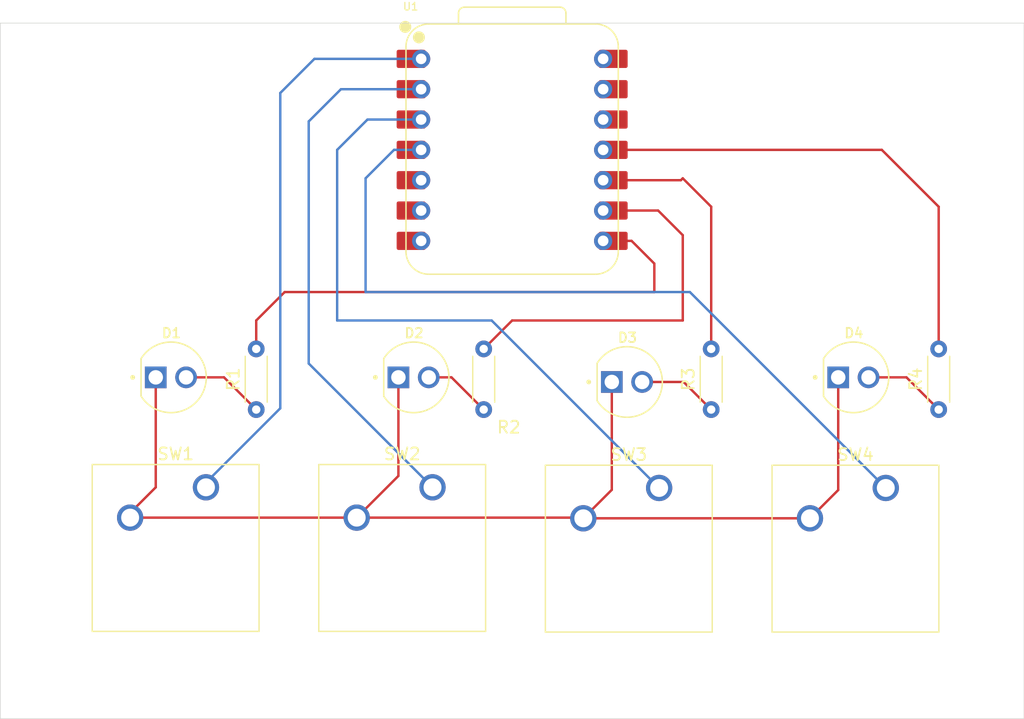
<source format=kicad_pcb>
(kicad_pcb (version 20241229) (generator "pcbnew") (generator_version "9.0")
  (layers (0 "F.Cu" signal) (2 "B.Cu" signal) (13 "F.Paste" user) (15 "B.Paste" user) (5 "F.SilkS" user "F.Silkscreen") (7 "B.SilkS" user "B.Silkscreen") (1 "F.Mask" user) (3 "B.Mask" user) (25 "Edge.Cuts" user))
  (net 0 "")
  (net 1 "GND")
  (net 2 "Net-(D1-PadA)")
  (net 3 "Net-(D2-PadA)")
  (net 4 "Net-(D3-PadA)")
  (net 5 "LED1")
  (net 6 "LED2")
  (net 7 "LED3")
  (net 8 "button1")
  (net 9 "button2")
  (net 10 "button3")
  (net 14 "Net-(D4-PadA)")
  (net 15 "LED4")
  (net 16 "button4")
  (footprint "L08R5000Q1:LEDRD254W57D500H1070" (layer "F.Cu") (at 115.57 97.63125)
    (property "Reference" "D2" (at 0.04 -3.708 0) (layer "F.SilkS") (effects (font (size 0.8 0.8))))
    (property "Value" "L08R5000Q1")
    (fp_line (start -2.5 -1.566) (end -2.5 1.566) (stroke (width 0.127)) (layer "F.SilkS"))
    (fp_arc (start -2.5 -1.566) (mid 2.961291 0) (end -2.5 1.566) (stroke (width 0.127)) (layer "F.SilkS"))
    (fp_circle (center -3.2 0) (end -3.1 0) (stroke (width 0.2)) (fill no) (layer "F.SilkS"))
    (pad "A" thru_hole circle (at 1.27 0) (size 1.815 1.815) (drill 1.21) (layers "*.Cu" "*.Mask") (net 3 "Net-(D2-PadA)"))
    (pad "C" thru_hole rect (at -1.27 0) (size 1.815 1.815) (drill 1.21) (layers "*.Cu" "*.Mask") (net 1 "GND"))
  )
  (footprint "Resistor_THT:R_Axial_DIN0204_L3.6mm_D1.6mm_P5.08mm_Horizontal" (layer "F.Cu") (at 140.49375 100.33 90)
    (property "Reference" "R3" (at 2.54 -1.92 90) (layer "F.SilkS"))
    (property "Value" "R")
    (fp_line (start 0.62 -0.92) (end 4.46 -0.92) (stroke (width 0.12)) (layer "F.SilkS"))
    (fp_line (start 0.62 0.92) (end 4.46 0.92) (stroke (width 0.12)) (layer "F.SilkS"))
    (pad "1" thru_hole circle (at 0 0 90) (size 1.4 1.4) (drill 0.7) (layers "*.Cu" "*.Mask") (net 4 "Net-(D3-PadA)"))
    (pad "2" thru_hole circle (at 5.08 0 90) (size 1.4 1.4) (drill 0.7) (layers "*.Cu" "*.Mask") (net 7 "LED3"))
  )
  (footprint "L08R5000Q1:LEDRD254W57D500H1070" (layer "F.Cu") (at 133.440725 98.017989)
    (property "Reference" "D3" (at 0.04 -3.708 0) (layer "F.SilkS") (effects (font (size 0.8 0.8))))
    (property "Value" "L08R5000Q1")
    (fp_line (start -2.5 -1.566) (end -2.5 1.566) (stroke (width 0.127)) (layer "F.SilkS"))
    (fp_arc (start -2.5 -1.566) (mid 2.961291 0) (end -2.5 1.566) (stroke (width 0.127)) (layer "F.SilkS"))
    (fp_circle (center -3.2 0) (end -3.1 0) (stroke (width 0.2)) (fill no) (layer "F.SilkS"))
    (pad "A" thru_hole circle (at 1.27 0) (size 1.815 1.815) (drill 1.21) (layers "*.Cu" "*.Mask") (net 4 "Net-(D3-PadA)"))
    (pad "C" thru_hole rect (at -1.27 0) (size 1.815 1.815) (drill 1.21) (layers "*.Cu" "*.Mask") (net 1 "GND"))
  )
  (footprint "Button_Switch_Keyboard:SW_Cherry_MX_1.00u_PCB" (layer "F.Cu") (at 155.114461 106.894033)
    (property "Reference" "SW4" (at -2.54 -2.794 0) (layer "F.SilkS"))
    (property "Value" "SW_Push")
    (fp_line (start -9.525 -1.905) (end 4.445 -1.905) (stroke (width 0.12)) (layer "F.SilkS"))
    (fp_line (start -9.525 12.065) (end -9.525 -1.905) (stroke (width 0.12)) (layer "F.SilkS"))
    (fp_line (start 4.445 -1.905) (end 4.445 12.065) (stroke (width 0.12)) (layer "F.SilkS"))
    (fp_line (start 4.445 12.065) (end -9.525 12.065) (stroke (width 0.12)) (layer "F.SilkS"))
    (pad "" np_thru_hole circle (at -7.62 5.08) (size 1.7 1.7) (drill 1.7) (layers "*.Cu" "*.Mask"))
    (pad "" np_thru_hole circle (at -2.54 5.08) (size 4 4) (drill 4) (layers "*.Cu" "*.Mask"))
    (pad "" np_thru_hole circle (at 2.54 5.08) (size 1.7 1.7) (drill 1.7) (layers "*.Cu" "*.Mask"))
    (pad "1" thru_hole circle (at 0 0) (size 2.2 2.2) (drill 1.5) (layers "*.Cu" "*.Mask") (net 16 "button4"))
    (pad "2" thru_hole circle (at -6.35 2.54) (size 2.2 2.2) (drill 1.5) (layers "*.Cu" "*.Mask") (net 1 "GND"))
  )
  (footprint "Button_Switch_Keyboard:SW_Cherry_MX_1.00u_PCB" (layer "F.Cu") (at 98.185419 106.83847)
    (property "Reference" "SW1" (at -2.54 -2.794 0) (layer "F.SilkS"))
    (property "Value" "SW_Push")
    (fp_line (start -9.525 -1.905) (end 4.445 -1.905) (stroke (width 0.12)) (layer "F.SilkS"))
    (fp_line (start -9.525 12.065) (end -9.525 -1.905) (stroke (width 0.12)) (layer "F.SilkS"))
    (fp_line (start 4.445 -1.905) (end 4.445 12.065) (stroke (width 0.12)) (layer "F.SilkS"))
    (fp_line (start 4.445 12.065) (end -9.525 12.065) (stroke (width 0.12)) (layer "F.SilkS"))
    (pad "" np_thru_hole circle (at -7.62 5.08) (size 1.7 1.7) (drill 1.7) (layers "*.Cu" "*.Mask"))
    (pad "" np_thru_hole circle (at -2.54 5.08) (size 4 4) (drill 4) (layers "*.Cu" "*.Mask"))
    (pad "" np_thru_hole circle (at 2.54 5.08) (size 1.7 1.7) (drill 1.7) (layers "*.Cu" "*.Mask"))
    (pad "1" thru_hole circle (at 0 0) (size 2.2 2.2) (drill 1.5) (layers "*.Cu" "*.Mask") (net 8 "button1"))
    (pad "2" thru_hole circle (at -6.35 2.54) (size 2.2 2.2) (drill 1.5) (layers "*.Cu" "*.Mask") (net 1 "GND"))
  )
  (footprint "L08R5000Q1:LEDRD254W57D500H1070" (layer "F.Cu") (at 152.4 97.63125)
    (property "Reference" "D4" (at 0.04 -3.708 0) (layer "F.SilkS") (effects (font (size 0.8 0.8))))
    (property "Value" "L08R5000Q1")
    (fp_line (start -2.5 -1.566) (end -2.5 1.566) (stroke (width 0.127)) (layer "F.SilkS"))
    (fp_arc (start -2.5 -1.566) (mid 2.961291 0) (end -2.5 1.566) (stroke (width 0.127)) (layer "F.SilkS"))
    (fp_circle (center -3.2 0) (end -3.1 0) (stroke (width 0.2)) (fill no) (layer "F.SilkS"))
    (pad "A" thru_hole circle (at 1.27 0) (size 1.815 1.815) (drill 1.21) (layers "*.Cu" "*.Mask") (net 14 "Net-(D4-PadA)"))
    (pad "C" thru_hole rect (at -1.27 0) (size 1.815 1.815) (drill 1.21) (layers "*.Cu" "*.Mask") (net 1 "GND"))
  )
  (footprint "Resistor_THT:R_Axial_DIN0204_L3.6mm_D1.6mm_P5.08mm_Horizontal" (layer "F.Cu") (at 159.54375 100.33 90)
    (property "Reference" "R4" (at 2.54 -1.92 90) (layer "F.SilkS"))
    (property "Value" "R")
    (fp_line (start 0.62 -0.92) (end 4.46 -0.92) (stroke (width 0.12)) (layer "F.SilkS"))
    (fp_line (start 0.62 0.92) (end 4.46 0.92) (stroke (width 0.12)) (layer "F.SilkS"))
    (pad "1" thru_hole circle (at 0 0 90) (size 1.4 1.4) (drill 0.7) (layers "*.Cu" "*.Mask") (net 14 "Net-(D4-PadA)"))
    (pad "2" thru_hole circle (at 5.08 0 90) (size 1.4 1.4) (drill 0.7) (layers "*.Cu" "*.Mask") (net 15 "LED4"))
  )
  (footprint "Button_Switch_Keyboard:SW_Cherry_MX_1.00u_PCB" (layer "F.Cu") (at 117.1575 106.83875)
    (property "Reference" "SW2" (at -2.54 -2.794 0) (layer "F.SilkS"))
    (property "Value" "SW_Push")
    (fp_line (start -9.525 -1.905) (end 4.445 -1.905) (stroke (width 0.12)) (layer "F.SilkS"))
    (fp_line (start -9.525 12.065) (end -9.525 -1.905) (stroke (width 0.12)) (layer "F.SilkS"))
    (fp_line (start 4.445 -1.905) (end 4.445 12.065) (stroke (width 0.12)) (layer "F.SilkS"))
    (fp_line (start 4.445 12.065) (end -9.525 12.065) (stroke (width 0.12)) (layer "F.SilkS"))
    (pad "" np_thru_hole circle (at -7.62 5.08) (size 1.7 1.7) (drill 1.7) (layers "*.Cu" "*.Mask"))
    (pad "" np_thru_hole circle (at -2.54 5.08) (size 4 4) (drill 4) (layers "*.Cu" "*.Mask"))
    (pad "" np_thru_hole circle (at 2.54 5.08) (size 1.7 1.7) (drill 1.7) (layers "*.Cu" "*.Mask"))
    (pad "1" thru_hole circle (at 0 0) (size 2.2 2.2) (drill 1.5) (layers "*.Cu" "*.Mask") (net 9 "button2"))
    (pad "2" thru_hole circle (at -6.35 2.54) (size 2.2 2.2) (drill 1.5) (layers "*.Cu" "*.Mask") (net 1 "GND"))
  )
  (footprint "L08R5000Q1:LEDRD254W57D500H1070" (layer "F.Cu") (at 95.25 97.63125)
    (property "Reference" "D1" (at 0.04 -3.708 0) (layer "F.SilkS") (effects (font (size 0.8 0.8))))
    (property "Value" "L08R5000Q1")
    (fp_line (start -2.5 -1.566) (end -2.5 1.566) (stroke (width 0.127)) (layer "F.SilkS"))
    (fp_arc (start -2.5 -1.566) (mid 2.961291 0) (end -2.5 1.566) (stroke (width 0.127)) (layer "F.SilkS"))
    (fp_circle (center -3.2 0) (end -3.1 0) (stroke (width 0.2)) (fill no) (layer "F.SilkS"))
    (pad "A" thru_hole circle (at 1.27 0) (size 1.815 1.815) (drill 1.21) (layers "*.Cu" "*.Mask") (net 2 "Net-(D1-PadA)"))
    (pad "C" thru_hole rect (at -1.27 0) (size 1.815 1.815) (drill 1.21) (layers "*.Cu" "*.Mask") (net 1 "GND"))
  )
  (footprint "MX_Hotswap:XIAO-RP2040-DIP" (layer "F.Cu") (at 123.825 78.58125)
    (property "Reference" "U1" (at -8.5 -12 0) (layer "F.SilkS") (effects (font (size 0.635 0.635) (thickness 0.1016))))
    (property "Value" "XIAO-RP2040-DIP")
    (fp_line (start -8.89 8.509) (end -8.89 -8.636) (stroke (width 0.127)) (layer "F.SilkS"))
    (fp_line (start -6.985 10.414) (end 6.985 10.414) (stroke (width 0.127)) (layer "F.SilkS"))
    (fp_line (start -4.495 -10.541) (end -4.491272 -11.451272) (stroke (width 0.127)) (layer "F.SilkS"))
    (fp_line (start -3.991272 -11.951) (end 4.004 -11.951) (stroke (width 0.127)) (layer "F.SilkS"))
    (fp_line (start 4.504 -11.451) (end 4.504 -10.541) (stroke (width 0.127)) (layer "F.SilkS"))
    (fp_line (start 6.985 -10.541) (end -6.985 -10.541) (stroke (width 0.1)) (layer "F.SilkS"))
    (fp_line (start 6.985 -10.541) (end -6.985 -10.541) (stroke (width 0.127)) (layer "F.SilkS"))
    (fp_line (start 8.89 8.509) (end 8.89 -8.636) (stroke (width 0.127)) (layer "F.SilkS"))
    (fp_arc (start -8.89 -8.636) (mid -8.332038 -9.983038) (end -6.985 -10.541) (stroke (width 0.127)) (layer "F.SilkS"))
    (fp_arc (start -6.985 10.414) (mid -8.332038 9.856038) (end -8.89 8.509) (stroke (width 0.127)) (layer "F.SilkS"))
    (fp_arc (start -4.491272 -11.451272) (mid -4.344728 -11.80464) (end -3.991272 -11.951) (stroke (width 0.127)) (layer "F.SilkS"))
    (fp_arc (start 4.004 -11.951) (mid 4.357553 -11.804553) (end 4.504 -11.451) (stroke (width 0.127)) (layer "F.SilkS"))
    (fp_arc (start 6.985 -10.541) (mid 8.332038 -9.983038) (end 8.89 -8.636) (stroke (width 0.127)) (layer "F.SilkS"))
    (fp_arc (start 8.89 8.509) (mid 8.332038 9.856038) (end 6.985 10.414) (stroke (width 0.127)) (layer "F.SilkS"))
    (fp_circle (center -8.95 -10.3) (end -8.95 -10.554) (stroke (width 0.5)) (fill yes) (layer "F.SilkS"))
    (fp_circle (center -7.807 -9.42) (end -7.807 -9.674) (stroke (width 0.5)) (fill yes) (layer "F.SilkS"))
    (pad "1" smd roundrect (at -8.455 -7.62 180) (size 2.432 1.524) (layers "F.Cu" "F.Mask") (roundrect_rratio 0.1) (net 8 "button1"))
    (pad "1" thru_hole circle (at -7.62 -7.62 180) (size 1.524 1.524) (drill 0.889) (layers "*.Cu" "*.Mask") (net 8 "button1"))
    (pad "2" smd roundrect (at -8.455 -5.08 180) (size 2.432 1.524) (layers "F.Cu" "F.Mask") (roundrect_rratio 0.1) (net 9 "button2"))
    (pad "2" thru_hole circle (at -7.62 -5.08 180) (size 1.524 1.524) (drill 0.889) (layers "*.Cu" "*.Mask") (net 9 "button2"))
    (pad "3" smd roundrect (at -8.455 -2.54 180) (size 2.432 1.524) (layers "F.Cu" "F.Mask") (roundrect_rratio 0.1) (net 10 "button3"))
    (pad "3" thru_hole circle (at -7.62 -2.54 180) (size 1.524 1.524) (drill 0.889) (layers "*.Cu" "*.Mask") (net 10 "button3"))
    (pad "4" smd roundrect (at -8.455 0 180) (size 2.432 1.524) (layers "F.Cu" "F.Mask") (roundrect_rratio 0.1) (net 16 "button4"))
    (pad "4" thru_hole circle (at -7.62 0 180) (size 1.524 1.524) (drill 0.889) (layers "*.Cu" "*.Mask") (net 16 "button4"))
    (pad "5" smd roundrect (at -8.455 2.54 180) (size 2.432 1.524) (layers "F.Cu" "F.Mask") (roundrect_rratio 0.1))
    (pad "5" thru_hole circle (at -7.62 2.54 180) (size 1.524 1.524) (drill 0.889) (layers "*.Cu" "*.Mask"))
    (pad "6" smd roundrect (at -8.455 5.08 180) (size 2.432 1.524) (layers "F.Cu" "F.Mask") (roundrect_rratio 0.1))
    (pad "6" thru_hole circle (at -7.62 5.08 180) (size 1.524 1.524) (drill 0.889) (layers "*.Cu" "*.Mask"))
    (pad "7" smd roundrect (at -8.455 7.62 180) (size 2.432 1.524) (layers "F.Cu" "F.Mask") (roundrect_rratio 0.1))
    (pad "7" thru_hole circle (at -7.62 7.62 180) (size 1.524 1.524) (drill 0.889) (layers "*.Cu" "*.Mask"))
    (pad "8" thru_hole circle (at 7.62 7.62) (size 1.524 1.524) (drill 0.889) (layers "*.Cu" "*.Mask") (net 5 "LED1"))
    (pad "8" smd roundrect (at 8.455 7.62) (size 2.432 1.524) (layers "F.Cu" "F.Mask") (roundrect_rratio 0.1) (net 5 "LED1"))
    (pad "9" thru_hole circle (at 7.62 5.08) (size 1.524 1.524) (drill 0.889) (layers "*.Cu" "*.Mask") (net 6 "LED2"))
    (pad "9" smd roundrect (at 8.455 5.08) (size 2.432 1.524) (layers "F.Cu" "F.Mask") (roundrect_rratio 0.1) (net 6 "LED2"))
    (pad "10" thru_hole circle (at 7.62 2.54) (size 1.524 1.524) (drill 0.889) (layers "*.Cu" "*.Mask") (net 7 "LED3"))
    (pad "10" smd roundrect (at 8.455 2.54) (size 2.432 1.524) (layers "F.Cu" "F.Mask") (roundrect_rratio 0.1) (net 7 "LED3"))
    (pad "11" thru_hole circle (at 7.62 0) (size 1.524 1.524) (drill 0.889) (layers "*.Cu" "*.Mask") (net 15 "LED4"))
    (pad "11" smd roundrect (at 8.455 0) (size 2.432 1.524) (layers "F.Cu" "F.Mask") (roundrect_rratio 0.1) (net 15 "LED4"))
    (pad "12" thru_hole circle (at 7.62 -2.54) (size 1.524 1.524) (drill 0.889) (layers "*.Cu" "*.Mask"))
    (pad "12" smd roundrect (at 8.455 -2.54) (size 2.432 1.524) (layers "F.Cu" "F.Mask") (roundrect_rratio 0.1))
    (pad "13" thru_hole circle (at 7.62 -5.08) (size 1.524 1.524) (drill 0.889) (layers "*.Cu" "*.Mask") (net 1 "GND"))
    (pad "13" smd roundrect (at 8.455 -5.08) (size 2.432 1.524) (layers "F.Cu" "F.Mask") (roundrect_rratio 0.1) (net 1 "GND"))
    (pad "14" thru_hole circle (at 7.62 -7.62) (size 1.524 1.524) (drill 0.889) (layers "*.Cu" "*.Mask"))
    (pad "14" smd roundrect (at 8.455 -7.62) (size 2.432 1.524) (layers "F.Cu" "F.Mask") (roundrect_rratio 0.1))
  )
  (footprint "Button_Switch_Keyboard:SW_Cherry_MX_1.00u_PCB" (layer "F.Cu") (at 136.134241 106.894033)
    (property "Reference" "SW3" (at -2.54 -2.794 0) (layer "F.SilkS"))
    (property "Value" "SW_Push")
    (fp_line (start -9.525 -1.905) (end 4.445 -1.905) (stroke (width 0.12)) (layer "F.SilkS"))
    (fp_line (start -9.525 12.065) (end -9.525 -1.905) (stroke (width 0.12)) (layer "F.SilkS"))
    (fp_line (start 4.445 -1.905) (end 4.445 12.065) (stroke (width 0.12)) (layer "F.SilkS"))
    (fp_line (start 4.445 12.065) (end -9.525 12.065) (stroke (width 0.12)) (layer "F.SilkS"))
    (pad "" np_thru_hole circle (at -7.62 5.08) (size 1.7 1.7) (drill 1.7) (layers "*.Cu" "*.Mask"))
    (pad "" np_thru_hole circle (at -2.54 5.08) (size 4 4) (drill 4) (layers "*.Cu" "*.Mask"))
    (pad "" np_thru_hole circle (at 2.54 5.08) (size 1.7 1.7) (drill 1.7) (layers "*.Cu" "*.Mask"))
    (pad "1" thru_hole circle (at 0 0) (size 2.2 2.2) (drill 1.5) (layers "*.Cu" "*.Mask") (net 10 "button3"))
    (pad "2" thru_hole circle (at -6.35 2.54) (size 2.2 2.2) (drill 1.5) (layers "*.Cu" "*.Mask") (net 1 "GND"))
  )
  (footprint "Resistor_THT:R_Axial_DIN0204_L3.6mm_D1.6mm_P5.08mm_Horizontal" (layer "F.Cu") (at 121.44375 100.33 90)
    (property "Reference" "R2" (at -1.48 2.1 0) (layer "F.SilkS"))
    (property "Value" "R")
    (fp_line (start 0.62 -0.92) (end 4.46 -0.92) (stroke (width 0.12)) (layer "F.SilkS"))
    (fp_line (start 0.62 0.92) (end 4.46 0.92) (stroke (width 0.12)) (layer "F.SilkS"))
    (pad "1" thru_hole circle (at 0 0 90) (size 1.4 1.4) (drill 0.7) (layers "*.Cu" "*.Mask") (net 3 "Net-(D2-PadA)"))
    (pad "2" thru_hole circle (at 5.08 0 90) (size 1.4 1.4) (drill 0.7) (layers "*.Cu" "*.Mask") (net 6 "LED2"))
  )
  (footprint "Resistor_THT:R_Axial_DIN0204_L3.6mm_D1.6mm_P5.08mm_Horizontal" (layer "F.Cu") (at 102.39375 100.33 90)
    (property "Reference" "R1" (at 2.54 -1.92 90) (layer "F.SilkS"))
    (property "Value" "R")
    (fp_line (start 0.62 -0.92) (end 4.46 -0.92) (stroke (width 0.12)) (layer "F.SilkS"))
    (fp_line (start 0.62 0.92) (end 4.46 0.92) (stroke (width 0.12)) (layer "F.SilkS"))
    (pad "1" thru_hole circle (at 0 0 90) (size 1.4 1.4) (drill 0.7) (layers "*.Cu" "*.Mask") (net 2 "Net-(D1-PadA)"))
    (pad "2" thru_hole circle (at 5.08 0 90) (size 1.4 1.4) (drill 0.7) (layers "*.Cu" "*.Mask") (net 5 "LED1"))
  )
  (gr_line (start 166.6875 126.20625) (end 80.9625 126.20625) (stroke (width 0.05)) (layer "Edge.Cuts"))
  (gr_line (start 80.9625 126.20625) (end 80.9625 67.967976) (stroke (width 0.05)) (layer "Edge.Cuts"))
  (gr_line (start 80.9625 67.967976) (end 166.6875 67.967976) (stroke (width 0.05)) (layer "Edge.Cuts"))
  (gr_line (start 166.6875 67.967976) (end 166.6875 126.20625) (stroke (width 0.05)) (layer "Edge.Cuts"))
  (segment (start 110.8075 109.37875) (end 129.728958 109.37875) (width 0.2) (layer "F.Cu") (net 1))
  (segment (start 132.170725 107.047549) (end 132.170725 98.017989) (width 0.2) (layer "F.Cu") (net 1))
  (segment (start 114.3 105.88625) (end 114.3 97.63125) (width 0.2) (layer "F.Cu") (net 1))
  (segment (start 110.8075 109.37875) (end 114.3 105.88625) (width 0.2) (layer "F.Cu") (net 1))
  (segment (start 129.728958 109.37875) (end 129.784241 109.434033) (width 0.2) (layer "F.Cu") (net 1))
  (segment (start 129.784241 109.434033) (end 148.764461 109.434033) (width 0.2) (layer "F.Cu") (net 1))
  (segment (start 91.44 109.37875) (end 110.8075 109.37875) (width 0.2) (layer "F.Cu") (net 1))
  (segment (start 151.13 107.068494) (end 151.13 97.63125) (width 0.2) (layer "F.Cu") (net 1))
  (segment (start 129.784241 109.434033) (end 132.170725 107.047549) (width 0.2) (layer "F.Cu") (net 1))
  (segment (start 91.44 109.37875) (end 93.98 106.83875) (width 0.2) (layer "F.Cu") (net 1))
  (segment (start 93.98 106.83875) (end 93.98 97.63125) (width 0.2) (layer "F.Cu") (net 1))
  (segment (start 148.764461 109.434033) (end 151.13 107.068494) (width 0.2) (layer "F.Cu") (net 1))
  (segment (start 96.52 97.63125) (end 99.695 97.63125) (width 0.2) (layer "F.Cu") (net 2))
  (segment (start 99.695 97.63125) (end 102.39375 100.33) (width 0.2) (layer "F.Cu") (net 2))
  (segment (start 116.84 97.63125) (end 118.745 97.63125) (width 0.2) (layer "F.Cu") (net 3))
  (segment (start 118.745 97.63125) (end 121.44375 100.33) (width 0.2) (layer "F.Cu") (net 3))
  (segment (start 138.181739 98.017989) (end 140.49375 100.33) (width 0.2) (layer "F.Cu") (net 4))
  (segment (start 134.710725 98.017989) (end 138.181739 98.017989) (width 0.2) (layer "F.Cu") (net 4))
  (segment (start 133.82625 86.20125) (end 132.28 86.20125) (width 0.2) (layer "F.Cu") (net 5))
  (segment (start 135.73125 88.10625) (end 133.82625 86.20125) (width 0.2) (layer "F.Cu") (net 5))
  (segment (start 135.73125 90.4875) (end 135.73125 88.10625) (width 0.2) (layer "F.Cu") (net 5))
  (segment (start 102.39375 95.25) (end 102.39375 92.86875) (width 0.2) (layer "F.Cu") (net 5))
  (segment (start 104.775 90.4875) (end 135.73125 90.4875) (width 0.2) (layer "F.Cu") (net 5))
  (segment (start 102.39375 92.86875) (end 104.775 90.4875) (width 0.2) (layer "F.Cu") (net 5))
  (segment (start 136.04875 83.66125) (end 132.28 83.66125) (width 0.2) (layer "F.Cu") (net 6))
  (segment (start 121.44375 95.25) (end 123.825 92.86875) (width 0.2) (layer "F.Cu") (net 6))
  (segment (start 138.1125 85.725) (end 136.04875 83.66125) (width 0.2) (layer "F.Cu") (net 6))
  (segment (start 138.1125 92.86875) (end 138.1125 85.725) (width 0.2) (layer "F.Cu") (net 6))
  (segment (start 123.825 92.86875) (end 138.1125 92.86875) (width 0.2) (layer "F.Cu") (net 6))
  (segment (start 140.49375 83.34375) (end 138.1125 80.9625) (width 0.2) (layer "F.Cu") (net 7))
  (segment (start 137.95375 81.12125) (end 132.28 81.12125) (width 0.2) (layer "F.Cu") (net 7))
  (segment (start 138.1125 80.9625) (end 137.95375 81.12125) (width 0.2) (layer "F.Cu") (net 7))
  (segment (start 140.49375 95.25) (end 140.49375 83.34375) (width 0.2) (layer "F.Cu") (net 7))
  (segment (start 104.408274 100.220476) (end 104.408274 73.81875) (width 0.2) (layer "B.Cu") (net 8))
  (segment (start 104.408274 73.81875) (end 107.265774 70.96125) (width 0.2) (layer "B.Cu") (net 8))
  (segment (start 107.265774 70.96125) (end 116.205 70.96125) (width 0.2) (layer "B.Cu") (net 8))
  (segment (start 97.79 106.83875) (end 104.408274 100.220476) (width 0.2) (layer "B.Cu") (net 8))
  (segment (start 117.1575 106.83875) (end 106.789524 96.470774) (width 0.2) (layer "B.Cu") (net 9))
  (segment (start 106.789524 96.470774) (end 106.789524 76.2) (width 0.2) (layer "B.Cu") (net 9))
  (segment (start 106.789524 76.2) (end 109.488274 73.50125) (width 0.2) (layer "B.Cu") (net 9))
  (segment (start 109.488274 73.50125) (end 116.205 73.50125) (width 0.2) (layer "B.Cu") (net 9))
  (segment (start 109.170774 92.86875) (end 109.170774 78.58125) (width 0.2) (layer "B.Cu") (net 10))
  (segment (start 109.170774 78.58125) (end 111.710774 76.04125) (width 0.2) (layer "B.Cu") (net 10))
  (segment (start 111.710774 76.04125) (end 116.205 76.04125) (width 0.2) (layer "B.Cu") (net 10))
  (segment (start 136.134241 106.894033) (end 122.108958 92.86875) (width 0.2) (layer "B.Cu") (net 10))
  (segment (start 122.108958 92.86875) (end 109.170774 92.86875) (width 0.2) (layer "B.Cu") (net 10))
  (segment (start 153.67 97.63125) (end 156.845 97.63125) (width 0.2) (layer "F.Cu") (net 14))
  (segment (start 156.845 97.63125) (end 159.54375 100.33) (width 0.2) (layer "F.Cu") (net 14))
  (segment (start 154.78125 78.58125) (end 132.28 78.58125) (width 0.2) (layer "F.Cu") (net 15))
  (segment (start 159.54375 95.25) (end 159.54375 83.34375) (width 0.2) (layer "F.Cu") (net 15))
  (segment (start 159.54375 83.34375) (end 154.78125 78.58125) (width 0.2) (layer "F.Cu") (net 15))
  (segment (start 138.707928 90.4875) (end 111.552024 90.4875) (width 0.2) (layer "B.Cu") (net 16))
  (segment (start 111.552024 80.9625) (end 113.933274 78.58125) (width 0.2) (layer "B.Cu") (net 16))
  (segment (start 113.933274 78.58125) (end 116.205 78.58125) (width 0.2) (layer "B.Cu") (net 16))
  (segment (start 111.552024 90.4875) (end 111.552024 80.9625) (width 0.2) (layer "B.Cu") (net 16))
  (segment (start 155.114461 106.894033) (end 138.707928 90.4875) (width 0.2) (layer "B.Cu") (net 16))
)
</source>
